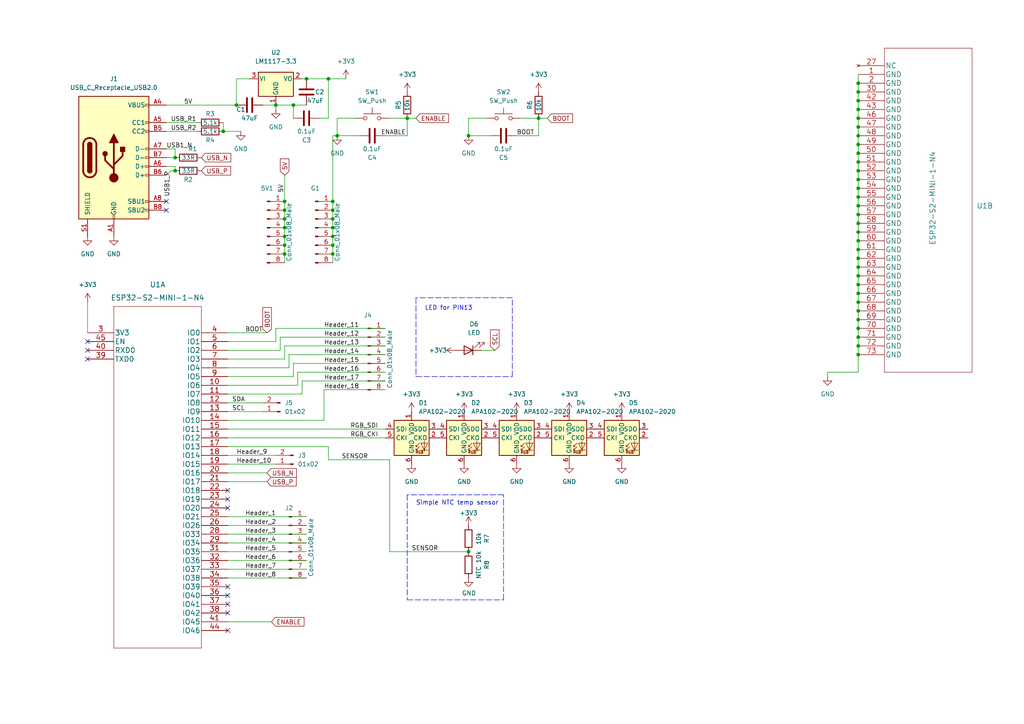
<source format=kicad_sch>
(kicad_sch (version 20211123) (generator eeschema)
  (paper "A4")
  (lib_symbols
    (symbol "2022-03-18_18-31-38:ESP32-S2-MINI-1-N4" (pin_names (offset 0.254))
      (property "Reference" "U" (at 20.32 12.7 0))
      (property "Value" "ESP32-S2-MINI-1-N4" (at 20.32 10.16 0))
      (symbol "ESP32-S2-MINI-1-N4_1_1"
        (polyline (pts (xy 7.62 -91.44) (xy 33.02 -91.44)) (stroke (width 0.127)))
        (polyline (pts (xy 7.62 7.62) (xy 7.62 -91.44)) (stroke (width 0.127)))
        (polyline (pts (xy 33.02 -91.44) (xy 33.02 7.62)) (stroke (width 0.127)))
        (polyline (pts (xy 33.02 7.62) (xy 7.62 7.62)) (stroke (width 0.127)))
        (pin bidirectional line (at 40.64 -15.24 180) (length 7.62) (name "IO6") (number "10"))
        (pin bidirectional line (at 40.64 -17.78 180) (length 7.62) (name "IO7") (number "11"))
        (pin bidirectional line (at 40.64 -20.32 180) (length 7.62) (name "IO8") (number "12"))
        (pin bidirectional line (at 40.64 -22.86 180) (length 7.62) (name "IO9") (number "13"))
        (pin bidirectional line (at 40.64 -25.4 180) (length 7.62) (name "IO10") (number "14"))
        (pin bidirectional line (at 40.64 -27.94 180) (length 7.62) (name "IO11") (number "15"))
        (pin bidirectional line (at 40.64 -30.48 180) (length 7.62) (name "IO12") (number "16"))
        (pin bidirectional line (at 40.64 -33.02 180) (length 7.62) (name "IO13") (number "17"))
        (pin bidirectional line (at 40.64 -35.56 180) (length 7.62) (name "IO14") (number "18"))
        (pin bidirectional line (at 40.64 -38.1 180) (length 7.62) (name "IO15") (number "19"))
        (pin bidirectional line (at 40.64 -40.64 180) (length 7.62) (name "IO16") (number "20"))
        (pin bidirectional line (at 40.64 -43.18 180) (length 7.62) (name "IO17") (number "21"))
        (pin bidirectional line (at 40.64 -45.72 180) (length 7.62) (name "IO18") (number "22"))
        (pin bidirectional line (at 40.64 -48.26 180) (length 7.62) (name "IO19") (number "23"))
        (pin bidirectional line (at 40.64 -50.8 180) (length 7.62) (name "IO20") (number "24"))
        (pin bidirectional line (at 40.64 -53.34 180) (length 7.62) (name "IO21") (number "25"))
        (pin bidirectional line (at 40.64 -55.88 180) (length 7.62) (name "IO26") (number "26"))
        (pin bidirectional line (at 40.64 -58.42 180) (length 7.62) (name "IO33") (number "28"))
        (pin bidirectional line (at 40.64 -60.96 180) (length 7.62) (name "IO34") (number "29"))
        (pin unspecified line (at 0 0 0) (length 7.62) (name "3V3") (number "3"))
        (pin bidirectional line (at 40.64 -63.5 180) (length 7.62) (name "IO35") (number "31"))
        (pin bidirectional line (at 40.64 -66.04 180) (length 7.62) (name "IO36") (number "32"))
        (pin bidirectional line (at 40.64 -68.58 180) (length 7.62) (name "IO37") (number "33"))
        (pin bidirectional line (at 40.64 -71.12 180) (length 7.62) (name "IO38") (number "34"))
        (pin bidirectional line (at 40.64 -73.66 180) (length 7.62) (name "IO39") (number "35"))
        (pin bidirectional line (at 40.64 -76.2 180) (length 7.62) (name "IO40") (number "36"))
        (pin bidirectional line (at 40.64 -78.74 180) (length 7.62) (name "IO41") (number "37"))
        (pin bidirectional line (at 40.64 -81.28 180) (length 7.62) (name "IO42") (number "38"))
        (pin bidirectional line (at 0 -7.62 0) (length 7.62) (name "TXD0") (number "39"))
        (pin bidirectional line (at 40.64 0 180) (length 7.62) (name "IO0") (number "4"))
        (pin bidirectional line (at 0 -5.08 0) (length 7.62) (name "RXD0") (number "40"))
        (pin bidirectional line (at 40.64 -83.82 180) (length 7.62) (name "IO45") (number "41"))
        (pin bidirectional line (at 40.64 -86.36 180) (length 7.62) (name "IO46") (number "44"))
        (pin unspecified line (at 0 -2.54 0) (length 7.62) (name "EN") (number "45"))
        (pin bidirectional line (at 40.64 -2.54 180) (length 7.62) (name "IO1") (number "5"))
        (pin bidirectional line (at 40.64 -5.08 180) (length 7.62) (name "IO2") (number "6"))
        (pin bidirectional line (at 40.64 -7.62 180) (length 7.62) (name "IO3") (number "7"))
        (pin bidirectional line (at 40.64 -10.16 180) (length 7.62) (name "IO4") (number "8"))
        (pin bidirectional line (at 40.64 -12.7 180) (length 7.62) (name "IO5") (number "9"))
      )
      (symbol "ESP32-S2-MINI-1-N4_2_1"
        (polyline (pts (xy 7.62 -88.9) (xy 33.02 -88.9)) (stroke (width 0.127)))
        (polyline (pts (xy 7.62 5.08) (xy 7.62 -88.9)) (stroke (width 0.127)))
        (polyline (pts (xy 33.02 -88.9) (xy 33.02 5.08)) (stroke (width 0.127)))
        (polyline (pts (xy 33.02 5.08) (xy 7.62 5.08)) (stroke (width 0.127)))
        (pin power_in line (at 0 -2.54 0) (length 7.62) (name "GND") (number "1"))
        (pin power_in line (at 0 -5.08 0) (length 7.62) (name "GND") (number "2"))
        (pin no_connect line (at 0 0 0) (length 7.62) (name "NC") (number "27"))
        (pin power_in line (at 0 -7.62 0) (length 7.62) (name "GND") (number "30"))
        (pin power_in line (at 0 -10.16 0) (length 7.62) (name "GND") (number "42"))
        (pin power_in line (at 0 -12.7 0) (length 7.62) (name "GND") (number "43"))
        (pin power_in line (at 0 -15.24 0) (length 7.62) (name "GND") (number "46"))
        (pin power_in line (at 0 -17.78 0) (length 7.62) (name "GND") (number "47"))
        (pin power_in line (at 0 -20.32 0) (length 7.62) (name "GND") (number "48"))
        (pin power_in line (at 0 -22.86 0) (length 7.62) (name "GND") (number "49"))
        (pin power_in line (at 0 -25.4 0) (length 7.62) (name "GND") (number "50"))
        (pin power_in line (at 0 -27.94 0) (length 7.62) (name "GND") (number "51"))
        (pin power_in line (at 0 -30.48 0) (length 7.62) (name "GND") (number "52"))
        (pin power_in line (at 0 -33.02 0) (length 7.62) (name "GND") (number "53"))
        (pin power_in line (at 0 -35.56 0) (length 7.62) (name "GND") (number "54"))
        (pin power_in line (at 0 -38.1 0) (length 7.62) (name "GND") (number "55"))
        (pin power_in line (at 0 -40.64 0) (length 7.62) (name "GND") (number "56"))
        (pin power_in line (at 0 -43.18 0) (length 7.62) (name "GND") (number "57"))
        (pin power_in line (at 0 -45.72 0) (length 7.62) (name "GND") (number "58"))
        (pin power_in line (at 0 -48.26 0) (length 7.62) (name "GND") (number "59"))
        (pin power_in line (at 0 -50.8 0) (length 7.62) (name "GND") (number "60"))
        (pin power_in line (at 0 -53.34 0) (length 7.62) (name "GND") (number "61"))
        (pin power_in line (at 0 -55.88 0) (length 7.62) (name "GND") (number "62"))
        (pin power_in line (at 0 -58.42 0) (length 7.62) (name "GND") (number "63"))
        (pin power_in line (at 0 -60.96 0) (length 7.62) (name "GND") (number "64"))
        (pin power_in line (at 0 -63.5 0) (length 7.62) (name "GND") (number "65"))
        (pin power_in line (at 0 -66.04 0) (length 7.62) (name "GND") (number "66"))
        (pin power_in line (at 0 -68.58 0) (length 7.62) (name "GND") (number "67"))
        (pin power_in line (at 0 -71.12 0) (length 7.62) (name "GND") (number "68"))
        (pin power_in line (at 0 -73.66 0) (length 7.62) (name "GND") (number "69"))
        (pin power_in line (at 0 -76.2 0) (length 7.62) (name "GND") (number "70"))
        (pin power_in line (at 0 -78.74 0) (length 7.62) (name "GND") (number "71"))
        (pin power_in line (at 0 -81.28 0) (length 7.62) (name "GND") (number "72"))
        (pin power_in line (at 0 -83.82 0) (length 7.62) (name "GND") (number "73"))
      )
    )
    (symbol "Connector:Conn_01x02_Male" (pin_names (offset 1.016) hide)
      (property "Reference" "J" (at 0 2.54 0))
      (property "Value" "Conn_01x02_Male" (at 0 -5.08 0))
      (symbol "Conn_01x02_Male_1_1"
        (polyline (pts (xy 1.27 -2.54) (xy 0.8636 -2.54)) (stroke (width 0.1524)))
        (polyline (pts (xy 1.27 0) (xy 0.8636 0)) (stroke (width 0.1524)))
        (rectangle (start 0.8636 -2.413) (end 0 -2.667) (stroke (width 0.1524)) (fill (type outline)))
        (rectangle (start 0.8636 0.127) (end 0 -0.127) (stroke (width 0.1524)) (fill (type outline)))
        (pin passive line (at 5.08 0 180) (length 3.81) (name "Pin_1") (number "1"))
        (pin passive line (at 5.08 -2.54 180) (length 3.81) (name "Pin_2") (number "2"))
      )
    )
    (symbol "Connector:Conn_01x08_Male" (pin_names (offset 1.016) hide)
      (property "Reference" "J" (at 0 10.16 0))
      (property "Value" "Conn_01x08_Male" (at 0 -12.7 0))
      (symbol "Conn_01x08_Male_1_1"
        (polyline (pts (xy 1.27 -10.16) (xy 0.8636 -10.16)) (stroke (width 0.1524)))
        (polyline (pts (xy 1.27 -7.62) (xy 0.8636 -7.62)) (stroke (width 0.1524)))
        (polyline (pts (xy 1.27 -5.08) (xy 0.8636 -5.08)) (stroke (width 0.1524)))
        (polyline (pts (xy 1.27 -2.54) (xy 0.8636 -2.54)) (stroke (width 0.1524)))
        (polyline (pts (xy 1.27 0) (xy 0.8636 0)) (stroke (width 0.1524)))
        (polyline (pts (xy 1.27 2.54) (xy 0.8636 2.54)) (stroke (width 0.1524)))
        (polyline (pts (xy 1.27 5.08) (xy 0.8636 5.08)) (stroke (width 0.1524)))
        (polyline (pts (xy 1.27 7.62) (xy 0.8636 7.62)) (stroke (width 0.1524)))
        (rectangle (start 0.8636 -10.033) (end 0 -10.287) (stroke (width 0.1524)) (fill (type outline)))
        (rectangle (start 0.8636 -7.493) (end 0 -7.747) (stroke (width 0.1524)) (fill (type outline)))
        (rectangle (start 0.8636 -4.953) (end 0 -5.207) (stroke (width 0.1524)) (fill (type outline)))
        (rectangle (start 0.8636 -2.413) (end 0 -2.667) (stroke (width 0.1524)) (fill (type outline)))
        (rectangle (start 0.8636 0.127) (end 0 -0.127) (stroke (width 0.1524)) (fill (type outline)))
        (rectangle (start 0.8636 2.667) (end 0 2.413) (stroke (width 0.1524)) (fill (type outline)))
        (rectangle (start 0.8636 5.207) (end 0 4.953) (stroke (width 0.1524)) (fill (type outline)))
        (rectangle (start 0.8636 7.747) (end 0 7.493) (stroke (width 0.1524)) (fill (type outline)))
        (pin passive line (at 5.08 7.62 180) (length 3.81) (name "Pin_1") (number "1"))
        (pin passive line (at 5.08 5.08 180) (length 3.81) (name "Pin_2") (number "2"))
        (pin passive line (at 5.08 2.54 180) (length 3.81) (name "Pin_3") (number "3"))
        (pin passive line (at 5.08 0 180) (length 3.81) (name "Pin_4") (number "4"))
        (pin passive line (at 5.08 -2.54 180) (length 3.81) (name "Pin_5") (number "5"))
        (pin passive line (at 5.08 -5.08 180) (length 3.81) (name "Pin_6") (number "6"))
        (pin passive line (at 5.08 -7.62 180) (length 3.81) (name "Pin_7") (number "7"))
        (pin passive line (at 5.08 -10.16 180) (length 3.81) (name "Pin_8") (number "8"))
      )
    )
    (symbol "Connector:USB_C_Receptacle_USB2.0" (pin_names (offset 1.016))
      (property "Reference" "J" (at -10.16 19.05 0))
      (property "Value" "USB_C_Receptacle_USB2.0" (at 19.05 19.05 0))
      (symbol "USB_C_Receptacle_USB2.0_0_0"
        (rectangle (start -0.254 -17.78) (end 0.254 -16.764))
        (rectangle (start 10.16 -14.986) (end 9.144 -15.494))
        (rectangle (start 10.16 -12.446) (end 9.144 -12.954))
        (rectangle (start 10.16 -4.826) (end 9.144 -5.334))
        (rectangle (start 10.16 -2.286) (end 9.144 -2.794))
        (rectangle (start 10.16 0.254) (end 9.144 -0.254))
        (rectangle (start 10.16 2.794) (end 9.144 2.286))
        (rectangle (start 10.16 7.874) (end 9.144 7.366))
        (rectangle (start 10.16 10.414) (end 9.144 9.906))
        (rectangle (start 10.16 15.494) (end 9.144 14.986))
      )
      (symbol "USB_C_Receptacle_USB2.0_0_1"
        (rectangle (start -10.16 17.78) (end 10.16 -17.78) (stroke (width 0.254)) (fill (type background)))
        (arc (start -8.89 -3.81) (mid -6.985 -5.715) (end -5.08 -3.81) (stroke (width 0.508)))
        (arc (start -7.62 -3.81) (mid -6.985 -4.445) (end -6.35 -3.81) (stroke (width 0.254)))
        (arc (start -7.62 -3.81) (mid -6.985 -4.445) (end -6.35 -3.81) (stroke (width 0.254)) (fill (type outline)))
        (rectangle (start -7.62 -3.81) (end -6.35 3.81) (stroke (width 0.254)) (fill (type outline)))
        (arc (start -6.35 3.81) (mid -6.985 4.445) (end -7.62 3.81) (stroke (width 0.254)))
        (arc (start -6.35 3.81) (mid -6.985 4.445) (end -7.62 3.81) (stroke (width 0.254)) (fill (type outline)))
        (arc (start -5.08 3.81) (mid -6.985 5.715) (end -8.89 3.81) (stroke (width 0.508)))
        (circle (center -2.54 1.143) (radius 0.635) (stroke (width 0.254)) (fill (type outline)))
        (circle (center 0 -5.842) (radius 1.27) (fill (type outline)))
        (polyline (pts (xy -8.89 -3.81) (xy -8.89 3.81)) (stroke (width 0.508)))
        (polyline (pts (xy -5.08 3.81) (xy -5.08 -3.81)) (stroke (width 0.508)))
        (polyline (pts (xy 0 -5.842) (xy 0 4.318)) (stroke (width 0.508)))
        (polyline (pts (xy 0 -3.302) (xy -2.54 -0.762) (xy -2.54 0.508)) (stroke (width 0.508)))
        (polyline (pts (xy 0 -2.032) (xy 2.54 0.508) (xy 2.54 1.778)) (stroke (width 0.508)))
        (polyline (pts (xy -1.27 4.318) (xy 0 6.858) (xy 1.27 4.318) (xy -1.27 4.318)) (stroke (width 0.254)) (fill (type outline)))
        (rectangle (start 1.905 1.778) (end 3.175 3.048) (stroke (width 0.254)) (fill (type outline)))
      )
      (symbol "USB_C_Receptacle_USB2.0_1_1"
        (pin passive line (at 0 -22.86 90) (length 5.08) (name "GND") (number "A1"))
        (pin passive line (at 0 -22.86 90) (length 5.08) hide (name "GND") (number "A12"))
        (pin passive line (at 15.24 15.24 180) (length 5.08) (name "VBUS") (number "A4"))
        (pin bidirectional line (at 15.24 10.16 180) (length 5.08) (name "CC1") (number "A5"))
        (pin bidirectional line (at 15.24 -2.54 180) (length 5.08) (name "D+") (number "A6"))
        (pin bidirectional line (at 15.24 2.54 180) (length 5.08) (name "D-") (number "A7"))
        (pin bidirectional line (at 15.24 -12.7 180) (length 5.08) (name "SBU1") (number "A8"))
        (pin passive line (at 15.24 15.24 180) (length 5.08) hide (name "VBUS") (number "A9"))
        (pin passive line (at 0 -22.86 90) (length 5.08) hide (name "GND") (number "B1"))
        (pin passive line (at 0 -22.86 90) (length 5.08) hide (name "GND") (number "B12"))
        (pin passive line (at 15.24 15.24 180) (length 5.08) hide (name "VBUS") (number "B4"))
        (pin bidirectional line (at 15.24 7.62 180) (length 5.08) (name "CC2") (number "B5"))
        (pin bidirectional line (at 15.24 -5.08 180) (length 5.08) (name "D+") (number "B6"))
        (pin bidirectional line (at 15.24 0 180) (length 5.08) (name "D-") (number "B7"))
        (pin bidirectional line (at 15.24 -15.24 180) (length 5.08) (name "SBU2") (number "B8"))
        (pin passive line (at 15.24 15.24 180) (length 5.08) hide (name "VBUS") (number "B9"))
        (pin passive line (at -7.62 -22.86 90) (length 5.08) (name "SHIELD") (number "S1"))
      )
    )
    (symbol "Device:C" (pin_numbers hide) (pin_names (offset 0.254))
      (property "Reference" "C" (at 0.635 2.54 0))
      (property "Value" "C" (at 0.635 -2.54 0))
      (symbol "C_0_1"
        (polyline (pts (xy -2.032 -0.762) (xy 2.032 -0.762)) (stroke (width 0.508)))
        (polyline (pts (xy -2.032 0.762) (xy 2.032 0.762)) (stroke (width 0.508)))
      )
      (symbol "C_1_1"
        (pin passive line (at 0 3.81 270) (length 2.794) (name "~") (number "1"))
        (pin passive line (at 0 -3.81 90) (length 2.794) (name "~") (number "2"))
      )
    )
    (symbol "Device:LED" (pin_numbers hide) (pin_names (offset 1.016) hide)
      (property "Reference" "D" (at 0 2.54 0))
      (property "Value" "LED" (at 0 -2.54 0))
      (symbol "LED_0_1"
        (polyline (pts (xy -1.27 -1.27) (xy -1.27 1.27)) (stroke (width 0.254)))
        (polyline (pts (xy -1.27 0) (xy 1.27 0)))
        (polyline (pts (xy 1.27 -1.27) (xy 1.27 1.27) (xy -1.27 0) (xy 1.27 -1.27)) (stroke (width 0.254)))
        (polyline (pts (xy -3.048 -0.762) (xy -4.572 -2.286) (xy -3.81 -2.286) (xy -4.572 -2.286) (xy -4.572 -1.524)))
        (polyline (pts (xy -1.778 -0.762) (xy -3.302 -2.286) (xy -2.54 -2.286) (xy -3.302 -2.286) (xy -3.302 -1.524)))
      )
      (symbol "LED_1_1"
        (pin passive line (at -3.81 0 0) (length 2.54) (name "K") (number "1"))
        (pin passive line (at 3.81 0 180) (length 2.54) (name "A") (number "2"))
      )
    )
    (symbol "Device:R" (pin_numbers hide) (pin_names (offset 0))
      (property "Reference" "R" (at 2.032 0 90))
      (property "Value" "R" (at 0 0 90))
      (symbol "R_0_1"
        (rectangle (start -1.016 -2.54) (end 1.016 2.54) (stroke (width 0.254)))
      )
      (symbol "R_1_1"
        (pin passive line (at 0 3.81 270) (length 1.27) (name "~") (number "1"))
        (pin passive line (at 0 -3.81 90) (length 1.27) (name "~") (number "2"))
      )
    )
    (symbol "LED:APA102-2020"
      (property "Reference" "D" (at 5.08 5.715 0))
      (property "Value" "APA102-2020" (at 1.27 -5.715 0))
      (symbol "APA102-2020_0_0"
        (text "RGB" (at 2.286 -4.191 0) (effects (font (size 0.762 0.762))))
      )
      (symbol "APA102-2020_0_1"
        (polyline (pts (xy 1.27 -3.556) (xy 1.778 -3.556)))
        (polyline (pts (xy 1.27 -2.54) (xy 1.778 -2.54)))
        (polyline (pts (xy 4.699 -3.556) (xy 2.667 -3.556)))
        (polyline (pts (xy 2.286 -2.54) (xy 1.27 -3.556) (xy 1.27 -3.048)))
        (polyline (pts (xy 2.286 -1.524) (xy 1.27 -2.54) (xy 1.27 -2.032)))
        (polyline (pts (xy 3.683 -1.016) (xy 3.683 -3.556) (xy 3.683 -4.064)))
        (polyline (pts (xy 4.699 -1.524) (xy 2.667 -1.524) (xy 3.683 -3.556) (xy 4.699 -1.524)))
        (rectangle (start 5.08 5.08) (end -5.08 -5.08) (stroke (width 0.254)) (fill (type background)))
      )
      (symbol "APA102-2020_1_1"
        (pin power_in line (at 0 7.62 270) (length 2.54) (name "VDD") (number "1"))
        (pin output line (at 7.62 0 180) (length 2.54) (name "CKO") (number "2"))
        (pin output line (at 7.62 2.54 180) (length 2.54) (name "SDO") (number "3"))
        (pin input line (at -7.62 2.54 0) (length 2.54) (name "SDI") (number "4"))
        (pin input line (at -7.62 0 0) (length 2.54) (name "CKI") (number "5"))
        (pin power_in line (at 0 -7.62 90) (length 2.54) (name "GND") (number "6"))
      )
    )
    (symbol "Regulator_Linear:LM1117-3.3" (pin_names (offset 0.254))
      (property "Reference" "U" (at -3.81 3.175 0))
      (property "Value" "LM1117-3.3" (at 0 3.175 0))
      (symbol "LM1117-3.3_0_1"
        (rectangle (start -5.08 -5.08) (end 5.08 1.905) (stroke (width 0.254)) (fill (type background)))
      )
      (symbol "LM1117-3.3_1_1"
        (pin power_in line (at 0 -7.62 90) (length 2.54) (name "GND") (number "1"))
        (pin power_out line (at 7.62 0 180) (length 2.54) (name "VO") (number "2"))
        (pin power_in line (at -7.62 0 0) (length 2.54) (name "VI") (number "3"))
      )
    )
    (symbol "Switch:SW_Push" (pin_numbers hide) (pin_names (offset 1.016) hide)
      (property "Reference" "SW" (at 1.27 2.54 0))
      (property "Value" "SW_Push" (at 0 -1.524 0))
      (symbol "SW_Push_0_1"
        (circle (center -2.032 0) (radius 0.508))
        (polyline (pts (xy 0 1.27) (xy 0 3.048)))
        (polyline (pts (xy 2.54 1.27) (xy -2.54 1.27)))
        (circle (center 2.032 0) (radius 0.508))
        (pin passive line (at -5.08 0 0) (length 2.54) (name "1") (number "1"))
        (pin passive line (at 5.08 0 180) (length 2.54) (name "2") (number "2"))
      )
    )
    (symbol "power:+3V3" (power) (pin_names (offset 0))
      (property "Value" "+3V3" (at 0 3.556 0))
      (symbol "+3V3_0_1"
        (polyline (pts (xy -0.762 1.27) (xy 0 2.54)))
        (polyline (pts (xy 0 0) (xy 0 2.54)))
        (polyline (pts (xy 0 2.54) (xy 0.762 1.27)))
      )
      (symbol "+3V3_1_1"
        (pin power_in line (at 0 0 90) (length 0) hide (name "+3V3") (number "1"))
      )
    )
    (symbol "power:GND" (power) (pin_names (offset 0))
      (property "Value" "GND" (at 0 -3.81 0))
      (symbol "GND_0_1"
        (polyline (pts (xy 0 0) (xy 0 -1.27) (xy 1.27 -1.27) (xy 0 -2.54) (xy -1.27 -1.27) (xy 0 -1.27)))
      )
      (symbol "GND_1_1"
        (pin power_in line (at 0 0 270) (length 0) hide (name "GND") (number "1"))
      )
    )
  )
  (junction (at 248.92 80.01))
  (junction (at 96.52 71.12))
  (junction (at 88.9 22.86))
  (junction (at 82.55 60.96))
  (junction (at 96.52 63.5))
  (junction (at 248.92 52.07))
  (junction (at 156.21 34.29))
  (junction (at 248.92 87.63))
  (junction (at 248.92 64.77))
  (junction (at 248.92 69.85))
  (junction (at 248.92 85.09))
  (junction (at 248.92 90.17))
  (junction (at 248.92 29.21))
  (junction (at 248.92 31.75))
  (junction (at 248.92 26.67))
  (junction (at 82.55 73.66))
  (junction (at 50.8 49.53))
  (junction (at 82.55 58.42))
  (junction (at 68.58 30.48))
  (junction (at 95.25 22.86))
  (junction (at 96.52 68.58))
  (junction (at 248.92 44.45))
  (junction (at 248.92 36.83))
  (junction (at 248.92 97.79))
  (junction (at 135.89 39.37))
  (junction (at 248.92 39.37))
  (junction (at 248.92 57.15))
  (junction (at 64.77 38.1))
  (junction (at 248.92 67.31))
  (junction (at 248.92 95.25))
  (junction (at 248.92 49.53))
  (junction (at 248.92 34.29))
  (junction (at 82.55 68.58))
  (junction (at 135.89 160.02))
  (junction (at 248.92 54.61))
  (junction (at 248.92 100.33))
  (junction (at 82.55 63.5))
  (junction (at 96.52 60.96))
  (junction (at 85.09 30.48))
  (junction (at 118.11 34.29))
  (junction (at 248.92 59.69))
  (junction (at 248.92 41.91))
  (junction (at 248.92 62.23))
  (junction (at 248.92 77.47))
  (junction (at 248.92 24.13))
  (junction (at 248.92 92.71))
  (junction (at 97.79 39.37))
  (junction (at 96.52 73.66))
  (junction (at 82.55 66.04))
  (junction (at 96.52 58.42))
  (junction (at 248.92 102.87))
  (junction (at 248.92 46.99))
  (junction (at 50.8 45.72))
  (junction (at 96.52 66.04))
  (junction (at 82.55 71.12))
  (junction (at 248.92 74.93))
  (junction (at 80.01 30.48))
  (junction (at 248.92 82.55))
  (junction (at 248.92 72.39))
  (no_connect (at 66.04 144.78))
  (no_connect (at 66.04 147.32))
  (no_connect (at 25.4 99.06))
  (no_connect (at 25.4 101.6))
  (no_connect (at 25.4 104.14))
  (no_connect (at 66.04 142.24))
  (no_connect (at 66.04 170.18))
  (no_connect (at 66.04 172.72))
  (no_connect (at 66.04 175.26))
  (no_connect (at 66.04 177.8))
  (no_connect (at 66.04 182.88))
  (no_connect (at 48.26 58.42))
  (no_connect (at 48.26 60.96))
  (wire (pts (xy 156.21 34.29) (xy 158.75 34.29)))
  (wire (pts (xy 49.53 49.53) (xy 50.8 49.53)))
  (wire (pts (xy 80.01 95.25) (xy 80.01 99.06)))
  (wire (pts (xy 85.09 105.41) (xy 85.09 109.22)))
  (wire (pts (xy 50.8 49.53) (xy 50.8 48.26)))
  (wire (pts (xy 96.52 68.58) (xy 96.52 66.04)))
  (wire (pts (xy 248.92 36.83) (xy 248.92 34.29)))
  (wire (pts (xy 64.77 35.56) (xy 64.77 38.1)))
  (wire (pts (xy 248.92 87.63) (xy 248.92 90.17)))
  (wire (pts (xy 66.04 127) (xy 111.76 127)))
  (wire (pts (xy 248.92 41.91) (xy 248.92 44.45)))
  (wire (pts (xy 48.26 38.1) (xy 57.15 38.1)))
  (wire (pts (xy 113.03 34.29) (xy 118.11 34.29)))
  (wire (pts (xy 248.92 39.37) (xy 248.92 41.91)))
  (wire (pts (xy 92.71 34.29) (xy 95.25 34.29)))
  (wire (pts (xy 95.25 133.35) (xy 113.03 133.35)))
  (wire (pts (xy 149.86 39.37) (xy 156.21 39.37)))
  (wire (pts (xy 248.92 21.59) (xy 248.92 24.13)))
  (wire (pts (xy 82.55 58.42) (xy 82.55 60.96)))
  (wire (pts (xy 87.63 110.49) (xy 87.63 114.3)))
  (wire (pts (xy 95.25 22.86) (xy 100.33 22.86)))
  (wire (pts (xy 66.04 160.02) (xy 88.9 160.02)))
  (polyline (pts (xy 146.05 173.99) (xy 146.05 143.51)))
  (wire (pts (xy 66.04 157.48) (xy 88.9 157.48)))
  (wire (pts (xy 81.28 97.79) (xy 81.28 101.6)))
  (wire (pts (xy 140.97 34.29) (xy 135.89 34.29)))
  (wire (pts (xy 248.92 90.17) (xy 248.92 92.71)))
  (wire (pts (xy 66.04 116.84) (xy 76.2 116.84)))
  (wire (pts (xy 248.92 74.93) (xy 248.92 77.47)))
  (wire (pts (xy 66.04 154.94) (xy 88.9 154.94)))
  (wire (pts (xy 113.03 133.35) (xy 113.03 160.02)))
  (wire (pts (xy 82.55 73.66) (xy 82.55 76.2)))
  (polyline (pts (xy 148.59 86.36) (xy 120.65 86.36)))
  (wire (pts (xy 248.92 57.15) (xy 248.92 54.61)))
  (wire (pts (xy 66.04 167.64) (xy 88.9 167.64)))
  (wire (pts (xy 102.87 34.29) (xy 97.79 34.29)))
  (wire (pts (xy 248.92 80.01) (xy 248.92 82.55)))
  (wire (pts (xy 66.04 180.34) (xy 78.74 180.34)))
  (wire (pts (xy 85.09 105.41) (xy 111.76 105.41)))
  (wire (pts (xy 97.79 34.29) (xy 97.79 39.37)))
  (polyline (pts (xy 118.11 143.51) (xy 118.11 173.99)))
  (wire (pts (xy 248.92 107.95) (xy 240.03 107.95)))
  (wire (pts (xy 48.26 35.56) (xy 57.15 35.56)))
  (wire (pts (xy 82.55 60.96) (xy 82.55 63.5)))
  (polyline (pts (xy 118.11 173.99) (xy 146.05 173.99)))
  (wire (pts (xy 83.82 102.87) (xy 111.76 102.87)))
  (wire (pts (xy 96.52 73.66) (xy 96.52 71.12)))
  (polyline (pts (xy 146.05 143.51) (xy 118.11 143.51)))
  (wire (pts (xy 248.92 59.69) (xy 248.92 62.23)))
  (wire (pts (xy 66.04 119.38) (xy 76.2 119.38)))
  (wire (pts (xy 85.09 30.48) (xy 88.9 30.48)))
  (wire (pts (xy 66.04 152.4) (xy 88.9 152.4)))
  (wire (pts (xy 48.26 43.18) (xy 50.8 43.18)))
  (wire (pts (xy 64.77 38.1) (xy 69.85 38.1)))
  (wire (pts (xy 66.04 129.54) (xy 95.25 129.54)))
  (wire (pts (xy 83.82 106.68) (xy 66.04 106.68)))
  (wire (pts (xy 49.53 49.53) (xy 48.26 50.8)))
  (wire (pts (xy 82.55 100.33) (xy 111.76 100.33)))
  (wire (pts (xy 25.4 87.63) (xy 25.4 96.52)))
  (polyline (pts (xy 148.59 109.22) (xy 148.59 86.36)))
  (wire (pts (xy 87.63 110.49) (xy 111.76 110.49)))
  (wire (pts (xy 66.04 101.6) (xy 81.28 101.6)))
  (wire (pts (xy 66.04 124.46) (xy 111.76 124.46)))
  (wire (pts (xy 85.09 109.22) (xy 66.04 109.22)))
  (wire (pts (xy 68.58 30.48) (xy 48.26 30.48)))
  (wire (pts (xy 66.04 132.08) (xy 80.01 132.08)))
  (wire (pts (xy 66.04 139.7) (xy 77.47 139.7)))
  (wire (pts (xy 139.7 101.6) (xy 143.51 101.6)))
  (wire (pts (xy 135.89 39.37) (xy 142.24 39.37)))
  (wire (pts (xy 86.36 107.95) (xy 111.76 107.95)))
  (wire (pts (xy 248.92 29.21) (xy 248.92 31.75)))
  (wire (pts (xy 82.55 68.58) (xy 82.55 71.12)))
  (wire (pts (xy 66.04 104.14) (xy 82.55 104.14)))
  (wire (pts (xy 82.55 50.8) (xy 82.55 58.42)))
  (wire (pts (xy 83.82 102.87) (xy 83.82 106.68)))
  (wire (pts (xy 96.52 71.12) (xy 96.52 68.58)))
  (wire (pts (xy 240.03 107.95) (xy 240.03 109.22)))
  (wire (pts (xy 248.92 82.55) (xy 248.92 85.09)))
  (wire (pts (xy 48.26 45.72) (xy 50.8 45.72)))
  (wire (pts (xy 82.55 100.33) (xy 82.55 104.14)))
  (wire (pts (xy 248.92 102.87) (xy 248.92 100.33)))
  (wire (pts (xy 248.92 46.99) (xy 248.92 49.53)))
  (wire (pts (xy 248.92 69.85) (xy 248.92 72.39)))
  (wire (pts (xy 248.92 52.07) (xy 248.92 54.61)))
  (wire (pts (xy 96.52 58.42) (xy 96.52 39.37)))
  (wire (pts (xy 80.01 95.25) (xy 111.76 95.25)))
  (wire (pts (xy 248.92 95.25) (xy 248.92 97.79)))
  (wire (pts (xy 50.8 43.18) (xy 50.8 45.72)))
  (wire (pts (xy 96.52 39.37) (xy 97.79 39.37)))
  (wire (pts (xy 96.52 76.2) (xy 96.52 73.66)))
  (wire (pts (xy 248.92 64.77) (xy 248.92 67.31)))
  (wire (pts (xy 118.11 34.29) (xy 120.65 34.29)))
  (polyline (pts (xy 120.65 86.36) (xy 120.65 109.22)))
  (wire (pts (xy 87.63 22.86) (xy 88.9 22.86)))
  (wire (pts (xy 87.63 114.3) (xy 66.04 114.3)))
  (wire (pts (xy 96.52 60.96) (xy 96.52 58.42)))
  (wire (pts (xy 72.39 22.86) (xy 68.58 22.86)))
  (wire (pts (xy 96.52 66.04) (xy 96.52 63.5)))
  (wire (pts (xy 248.92 59.69) (xy 248.92 57.15)))
  (wire (pts (xy 66.04 121.92) (xy 93.98 121.92)))
  (wire (pts (xy 68.58 22.86) (xy 68.58 30.48)))
  (wire (pts (xy 80.01 30.48) (xy 85.09 30.48)))
  (wire (pts (xy 248.92 49.53) (xy 248.92 52.07)))
  (wire (pts (xy 95.25 22.86) (xy 95.25 34.29)))
  (wire (pts (xy 248.92 67.31) (xy 248.92 69.85)))
  (wire (pts (xy 248.92 72.39) (xy 248.92 74.93)))
  (wire (pts (xy 95.25 129.54) (xy 95.25 133.35)))
  (wire (pts (xy 66.04 137.16) (xy 77.47 137.16)))
  (wire (pts (xy 66.04 149.86) (xy 88.9 149.86)))
  (wire (pts (xy 66.04 165.1) (xy 88.9 165.1)))
  (wire (pts (xy 156.21 39.37) (xy 156.21 34.29)))
  (polyline (pts (xy 120.65 109.22) (xy 148.59 109.22)))
  (wire (pts (xy 248.92 26.67) (xy 248.92 29.21)))
  (wire (pts (xy 88.9 22.86) (xy 95.25 22.86)))
  (wire (pts (xy 66.04 96.52) (xy 77.47 96.52)))
  (wire (pts (xy 66.04 99.06) (xy 80.01 99.06)))
  (wire (pts (xy 81.28 97.79) (xy 111.76 97.79)))
  (wire (pts (xy 80.01 30.48) (xy 80.01 31.75)))
  (wire (pts (xy 66.04 134.62) (xy 80.01 134.62)))
  (wire (pts (xy 82.55 63.5) (xy 82.55 66.04)))
  (wire (pts (xy 248.92 62.23) (xy 248.92 64.77)))
  (wire (pts (xy 151.13 34.29) (xy 156.21 34.29)))
  (wire (pts (xy 86.36 111.76) (xy 66.04 111.76)))
  (wire (pts (xy 248.92 92.71) (xy 248.92 95.25)))
  (wire (pts (xy 248.92 85.09) (xy 248.92 87.63)))
  (wire (pts (xy 135.89 34.29) (xy 135.89 39.37)))
  (wire (pts (xy 113.03 160.02) (xy 135.89 160.02)))
  (wire (pts (xy 248.92 36.83) (xy 248.92 39.37)))
  (wire (pts (xy 66.04 162.56) (xy 88.9 162.56)))
  (wire (pts (xy 248.92 102.87) (xy 248.92 107.95)))
  (wire (pts (xy 248.92 97.79) (xy 248.92 100.33)))
  (wire (pts (xy 76.2 30.48) (xy 80.01 30.48)))
  (wire (pts (xy 86.36 107.95) (xy 86.36 111.76)))
  (wire (pts (xy 248.92 31.75) (xy 248.92 34.29)))
  (wire (pts (xy 111.76 39.37) (xy 118.11 39.37)))
  (wire (pts (xy 82.55 66.04) (xy 82.55 68.58)))
  (wire (pts (xy 93.98 113.03) (xy 93.98 121.92)))
  (wire (pts (xy 248.92 44.45) (xy 248.92 46.99)))
  (wire (pts (xy 248.92 77.47) (xy 248.92 80.01)))
  (wire (pts (xy 82.55 71.12) (xy 82.55 73.66)))
  (wire (pts (xy 96.52 63.5) (xy 96.52 60.96)))
  (wire (pts (xy 248.92 24.13) (xy 248.92 26.67)))
  (wire (pts (xy 93.98 113.03) (xy 111.76 113.03)))
  (wire (pts (xy 118.11 39.37) (xy 118.11 34.29)))
  (wire (pts (xy 48.26 48.26) (xy 50.8 48.26)))
  (wire (pts (xy 85.09 30.48) (xy 85.09 34.29)))
  (wire (pts (xy 97.79 39.37) (xy 104.14 39.37)))
  (text "Simple NTC temp sensor" (at 120.65 146.685 0) (effects (font (size 1.27 1.27)) (justify left bottom)))
  (text "LED for PIN13" (at 123.19 90.17 0) (effects (font (size 1.27 1.27)) (justify left bottom)))
  (label "Header_6" (at 71.12 162.56 0))
  (label "Header_15" (at 93.98 105.41 0))
  (label "Header_7" (at 71.12 165.1 0))
  (label "BOOT" (at 149.86 39.37 0))
  (label "Header_16" (at 93.98 107.95 0))
  (label "Header_3" (at 71.12 154.94 0))
  (label "SCL" (at 67.31 119.38 0))
  (label "SENSOR" (at 99.06 133.35 0))
  (label "RGB_CKI" (at 101.6 127 0))
  (label "SDA" (at 67.31 116.84 0))
  (label "Header_14" (at 93.98 102.87 0))
  (label "Header_4" (at 71.12 157.48 0))
  (label "Header_9" (at 68.58 132.08 0))
  (label "Header_12" (at 93.98 97.79 0))
  (label "USB_R2" (at 49.53 38.1 0))
  (label "USB1_P" (at 49.53 49.53 270))
  (label "Header_13" (at 93.98 100.33 0))
  (label "5V" (at 82.55 55.88 90))
  (label "BOOT" (at 71.12 96.52 0))
  (label "Header_5" (at 71.12 160.02 0))
  (label "RGB_SDI" (at 101.6 124.46 0))
  (label "Header_11" (at 93.98 95.25 0))
  (label "USB1_N" (at 48.26 43.18 0))
  (label "5V" (at 53.34 30.48 0))
  (label "ENABLE" (at 110.49 39.37 0))
  (label "Header_8" (at 71.12 167.64 0))
  (label "Header_10" (at 68.58 134.62 0))
  (label "Header_2" (at 71.12 152.4 0))
  (label "USB_R1" (at 49.53 35.56 0))
  (label "SENSOR" (at 119.38 160.02 0))
  (label "Header_1" (at 71.12 149.86 0))
  (label "Header_18" (at 93.98 113.03 0))
  (label "Header_17" (at 93.98 110.49 0))
  (global_label "SCL" (shape input) (at 143.51 101.6 90) (property "Intersheet References" "${INTERSHEET_REFS}" (effects hide)))
  (global_label "USB_P" (shape input) (at 58.42 49.53 0) (property "Intersheet References" "${INTERSHEET_REFS}" (effects hide)))
  (global_label "USB_N" (shape input) (at 58.42 45.72 0) (property "Intersheet References" "${INTERSHEET_REFS}" (effects hide)))
  (global_label "BOOT" (shape input) (at 158.75 34.29 0) (property "Intersheet References" "${INTERSHEET_REFS}" (effects hide)))
  (global_label "5V" (shape input) (at 82.55 50.8 90) (property "Intersheet References" "${INTERSHEET_REFS}" (effects hide)))
  (global_label "ENABLE" (shape input) (at 78.74 180.34 0) (property "Intersheet References" "${INTERSHEET_REFS}" (effects hide)))
  (global_label "USB_P" (shape input) (at 77.47 139.7 0) (property "Intersheet References" "${INTERSHEET_REFS}" (effects hide)))
  (global_label "BOOT" (shape input) (at 77.47 96.52 90) (property "Intersheet References" "${INTERSHEET_REFS}" (effects hide)))
  (global_label "ENABLE" (shape input) (at 120.65 34.29 0) (property "Intersheet References" "${INTERSHEET_REFS}" (effects hide)))
  (global_label "USB_N" (shape input) (at 77.47 137.16 0) (property "Intersheet References" "${INTERSHEET_REFS}" (effects hide)))
  (symbol (lib_id "Device:R") (at 60.96 38.1 90) (unit 1)
    (property "Reference" "R4" (at 60.96 40.64 90))
    (property "Value" "5.1k" (at 60.96 38.1 90))
    (property "Footprint" "Resistor_SMD:R_0603_1608Metric_Pad0.98x0.95mm_HandSolder" (effects hide))
  )
  (symbol (lib_id "Device:R") (at 118.11 30.48 180) (unit 1)
    (property "Reference" "R5" (at 115.57 30.48 90))
    (property "Value" "10k" (at 118.11 30.48 90))
    (property "Footprint" "Resistor_SMD:R_0603_1608Metric_Pad0.98x0.95mm_HandSolder" (effects hide))
  )
  (symbol (lib_id "Device:R") (at 156.21 30.48 180) (unit 1)
    (property "Reference" "R6" (at 153.67 30.48 90))
    (property "Value" "10k" (at 156.21 30.48 90))
    (property "Footprint" "Resistor_SMD:R_0603_1608Metric_Pad0.98x0.95mm_HandSolder" (effects hide))
  )
  (symbol (lib_id "power:GND") (at 69.85 38.1 0) (unit 1)
    (property "Reference" "#PWR0105" (effects hide))
    (property "Value" "GND" (at 69.85 43.18 0))
  )
  (symbol (lib_id "power:GND") (at 149.86 134.62 0) (unit 1)
    (property "Reference" "#PWR0116" (effects hide))
    (property "Value" "GND" (at 149.86 139.7 0))
  )
  (symbol (lib_id "power:+3V3") (at 180.34 119.38 0) (unit 1)
    (property "Reference" "#PWR0120" (effects hide))
    (property "Value" "+3V3" (at 180.34 114.3 0))
  )
  (symbol (lib_id "power:+3V3") (at 149.86 119.38 0) (unit 1)
    (property "Reference" "#PWR0117" (effects hide))
    (property "Value" "+3V3" (at 149.86 114.3 0))
  )
  (symbol (lib_id "Device:R") (at 54.61 45.72 90) (unit 1)
    (property "Reference" "R1" (at 55.88 43.18 90))
    (property "Value" "33R" (at 54.61 45.72 90))
    (property "Footprint" "Resistor_SMD:R_0603_1608Metric_Pad0.98x0.95mm_HandSolder" (effects hide))
  )
  (symbol (lib_id "Connector:USB_C_Receptacle_USB2.0") (at 33.02 45.72 0) (unit 1)
    (property "Reference" "J1" (at 33.02 22.86 0))
    (property "Value" "USB_C_Receptacle_USB2.0" (at 33.02 25.4 0))
    (property "Footprint" "USB-C-Power-tester:TYPE-C-31-M-12" (effects hide))
    (property "Datasheet" "https://www.usb.org/sites/default/files/documents/usb_type-c.zip" (effects hide))
  )
  (symbol (lib_id "power:GND") (at 135.89 39.37 0) (unit 1)
    (property "Reference" "#PWR0110" (effects hide))
    (property "Value" "GND" (at 135.89 44.45 0))
  )
  (symbol (lib_id "power:GND") (at 135.89 167.64 0) (unit 1)
    (property "Reference" "#PWR0122" (effects hide))
    (property "Value" "GND" (at 136.017 172.0342 0))
  )
  (symbol (lib_id "power:GND") (at 119.38 134.62 0) (unit 1)
    (property "Reference" "#PWR0112" (effects hide))
    (property "Value" "GND" (at 119.38 139.7 0))
  )
  (symbol (lib_id "LED:APA102-2020") (at 180.34 127 0) (unit 1)
    (property "Reference" "D5" (at 182.3594 116.84 0) (effects (justify left)))
    (property "Value" "APA102-2020" (at 182.3594 119.38 0) (effects (justify left)))
    (property "Footprint" "LED_SMD:LED-APA102-2020" (effects hide))
    (property "Datasheet" "http://www.led-color.com/upload/201604/APA102-2020%20SMD%20LED.pdf" (effects hide))
  )
  (symbol (lib_id "power:GND") (at 134.62 134.62 0) (unit 1)
    (property "Reference" "#PWR0114" (effects hide))
    (property "Value" "GND" (at 134.62 139.7 0))
  )
  (symbol (lib_id "LED:APA102-2020") (at 119.38 127 0) (unit 1)
    (property "Reference" "D1" (at 121.3994 116.84 0) (effects (justify left)))
    (property "Value" "APA102-2020" (at 121.3994 119.38 0) (effects (justify left)))
    (property "Footprint" "LED_SMD:LED-APA102-2020" (effects hide))
    (property "Datasheet" "http://www.led-color.com/upload/201604/APA102-2020%20SMD%20LED.pdf" (effects hide))
  )
  (symbol (lib_id "power:GND") (at 25.4 68.58 0) (unit 1)
    (property "Reference" "#PWR0102" (effects hide))
    (property "Value" "GND" (at 25.4 73.66 0))
  )
  (symbol (lib_id "Switch:SW_Push") (at 107.95 34.29 0) (unit 1)
    (property "Reference" "SW1" (at 107.95 26.67 0))
    (property "Value" "SW_Push" (at 107.95 29.21 0))
    (property "Footprint" "Button_Switch_SMD:SW_SPST_Panasonic_EVQPL_3PL_5PL_PT_A08" (effects hide))
  )
  (symbol (lib_id "power:+3V3") (at 119.38 119.38 0) (unit 1)
    (property "Reference" "#PWR0113" (effects hide))
    (property "Value" "+3V3" (at 119.38 114.3 0))
  )
  (symbol (lib_id "power:GND") (at 80.01 31.75 0) (unit 1)
    (property "Reference" "#PWR0108" (effects hide))
    (property "Value" "GND" (at 80.01 36.83 0))
  )
  (symbol (lib_id "Device:R") (at 135.89 163.83 180) (unit 1)
    (property "Reference" "R8" (at 141.1478 163.83 90))
    (property "Value" "NTC 10k" (at 138.8364 163.83 90))
    (property "Footprint" "Resistor_SMD:R_0402_1005Metric" (effects hide))
    (property "MFGR" "Stackpole" (effects hide))
    (property "MPN" "RMCF0603JG10K0" (effects hide))
  )
  (symbol (lib_id "Connector:Conn_01x08_Male") (at 77.47 66.04 0) (unit 1)
    (property "Reference" "5V1" (at 77.47 54.61 0))
    (property "Value" "Conn_01x08_Male" (at 83.82 67.31 90))
    (property "Footprint" "Connector_PinHeader_2.54mm:PinHeader_1x08_P2.54mm_Vertical" (effects hide))
  )
  (symbol (lib_id "power:+3V3") (at 25.4 87.63 0) (unit 1)
    (property "Reference" "#PWR0103" (effects hide))
    (property "Value" "+3V3" (at 25.4 82.55 0))
  )
  (symbol (lib_id "Regulator_Linear:LM1117-3.3") (at 80.01 22.86 0) (unit 1)
    (property "Reference" "U2" (at 80.01 15.24 0))
    (property "Value" "LM1117-3.3" (at 80.01 17.78 0))
    (property "Footprint" "Package_TO_SOT_SMD:SOT-223" (effects hide))
    (property "Datasheet" "http://www.ti.com/lit/ds/symlink/lm1117.pdf" (effects hide))
  )
  (symbol (lib_id "power:+3V3") (at 134.62 119.38 0) (unit 1)
    (property "Reference" "#PWR0115" (effects hide))
    (property "Value" "+3V3" (at 134.62 114.3 0))
  )
  (symbol (lib_id "Connector:Conn_01x08_Male") (at 83.82 157.48 0) (unit 1)
    (property "Reference" "J2" (at 83.82 147.32 0))
    (property "Value" "Conn_01x08_Male" (at 90.17 158.75 90))
    (property "Footprint" "Connector_PinHeader_2.54mm:PinHeader_1x08_P2.54mm_Vertical" (effects hide))
  )
  (symbol (lib_id "power:+3V3") (at 135.89 152.4 0) (unit 1)
    (property "Reference" "#PWR0124" (effects hide))
    (property "Value" "+3V3" (at 135.89 148.7955 0))
  )
  (symbol (lib_id "Device:C") (at 88.9 26.67 180) (unit 1)
    (property "Reference" "C2" (at 92.71 26.67 0))
    (property "Value" "47uF" (at 91.44 29.21 0))
    (property "Footprint" "Capacitor_SMD:C_0805_2012Metric" (effects hide))
  )
  (symbol (lib_id "2022-03-18_18-31-38:ESP32-S2-MINI-1-N4") (at 25.4 96.52 0) (unit 1)
    (property "Reference" "U1" (at 45.72 82.55 0) (effects (font (size 1.524 1.524))))
    (property "Value" "ESP32-S2-MINI-1-N4" (at 45.72 86.36 0) (effects (font (size 1.524 1.524))))
    (property "Footprint" "footprints:ESP32-S2-MINI-1-N4" (effects hide))
  )
  (symbol (lib_id "power:+3V3") (at 100.33 22.86 0) (unit 1)
    (property "Reference" "#PWR0109" (effects hide))
    (property "Value" "+3V3" (at 100.33 17.78 0))
  )
  (symbol (lib_id "power:+3V3") (at 165.1 119.38 0) (unit 1)
    (property "Reference" "#PWR0119" (effects hide))
    (property "Value" "+3V3" (at 165.1 114.3 0))
  )
  (symbol (lib_id "Connector:Conn_01x02_Male") (at 85.09 134.62 180) (unit 1)
    (property "Reference" "J3" (at 86.36 132.0799 0) (effects (justify right)))
    (property "Value" "01x02" (at 86.36 134.6199 0) (effects (justify right)))
    (property "Footprint" "Connector_PinHeader_2.54mm:PinHeader_1x02_P2.54mm_Vertical" (effects hide))
  )
  (symbol (lib_id "Device:R") (at 60.96 35.56 90) (unit 1)
    (property "Reference" "R3" (at 60.96 33.02 90))
    (property "Value" "5.1k" (at 60.96 35.56 90))
    (property "Footprint" "Resistor_SMD:R_0603_1608Metric_Pad0.98x0.95mm_HandSolder" (effects hide))
  )
  (symbol (lib_id "power:GND") (at 97.79 39.37 0) (unit 1)
    (property "Reference" "#PWR0107" (effects hide))
    (property "Value" "GND" (at 97.79 44.45 0))
  )
  (symbol (lib_id "Device:C") (at 146.05 39.37 90) (unit 1)
    (property "Reference" "C5" (at 146.05 45.72 90))
    (property "Value" "0.1uF" (at 146.05 43.18 90))
    (property "Footprint" "Capacitor_SMD:C_0603_1608Metric" (effects hide))
  )
  (symbol (lib_id "Connector:Conn_01x08_Male") (at 106.68 102.87 0) (unit 1)
    (property "Reference" "J4" (at 106.68 91.44 0))
    (property "Value" "Conn_01x08_Male" (at 113.03 104.14 90))
    (property "Footprint" "Connector_PinHeader_2.54mm:PinHeader_1x08_P2.54mm_Vertical" (effects hide))
  )
  (symbol (lib_id "2022-03-18_18-31-38:ESP32-S2-MINI-1-N4") (at 248.92 19.05 0) (unit 2)
    (property "Reference" "U1" (at 283.21 59.69 0) (effects (font (size 1.524 1.524)) (justify left)))
    (property "Value" "ESP32-S2-MINI-1-N4" (at 270.51 71.12 90) (effects (font (size 1.524 1.524)) (justify left)))
    (property "Footprint" "footprints:ESP32-S2-MINI-1-N4" (effects hide))
  )
  (symbol (lib_id "LED:APA102-2020") (at 134.62 127 0) (unit 1)
    (property "Reference" "D2" (at 136.6394 116.84 0) (effects (justify left)))
    (property "Value" "APA102-2020" (at 136.6394 119.38 0) (effects (justify left)))
    (property "Footprint" "LED_SMD:LED-APA102-2020" (effects hide))
    (property "Datasheet" "http://www.led-color.com/upload/201604/APA102-2020%20SMD%20LED.pdf" (effects hide))
  )
  (symbol (lib_id "Device:R") (at 135.89 156.21 180) (unit 1)
    (property "Reference" "R7" (at 141.1478 156.21 90))
    (property "Value" "10k" (at 138.8364 156.21 90))
    (property "Footprint" "Resistor_SMD:R_0402_1005Metric" (effects hide))
    (property "MFGR" "Stackpole" (effects hide))
    (property "MPN" "RMCF0603JG10K0" (effects hide))
  )
  (symbol (lib_id "Device:LED") (at 135.89 101.6 180) (unit 1)
    (property "Reference" "D6" (at 137.4775 93.98 0))
    (property "Value" "LED" (at 137.4775 96.52 0))
    (property "Footprint" "LED_SMD:LED_0603_1608Metric" (effects hide))
  )
  (symbol (lib_id "Device:C") (at 88.9 34.29 90) (unit 1)
    (property "Reference" "C3" (at 88.9 40.64 90))
    (property "Value" "0.1uF" (at 88.9 38.1 90))
    (property "Footprint" "Capacitor_SMD:C_0603_1608Metric" (effects hide))
  )
  (symbol (lib_id "Connector:Conn_01x02_Male") (at 81.28 119.38 180) (unit 1)
    (property "Reference" "J5" (at 82.55 116.8399 0) (effects (justify right)))
    (property "Value" "01x02" (at 82.55 119.3799 0) (effects (justify right)))
    (property "Footprint" "Connector_PinHeader_2.54mm:PinHeader_1x02_P2.54mm_Vertical" (effects hide))
  )
  (symbol (lib_id "power:GND") (at 165.1 134.62 0) (unit 1)
    (property "Reference" "#PWR0118" (effects hide))
    (property "Value" "GND" (at 165.1 139.7 0))
  )
  (symbol (lib_id "power:+3V3") (at 118.11 26.67 0) (unit 1)
    (property "Reference" "#PWR0106" (effects hide))
    (property "Value" "+3V3" (at 118.11 21.59 0))
  )
  (symbol (lib_id "power:GND") (at 180.34 134.62 0) (unit 1)
    (property "Reference" "#PWR0121" (effects hide))
    (property "Value" "GND" (at 180.34 139.7 0))
  )
  (symbol (lib_id "power:GND") (at 240.03 109.22 0) (unit 1)
    (property "Reference" "#PWR0104" (effects hide))
    (property "Value" "GND" (at 240.03 114.3 0))
  )
  (symbol (lib_id "Device:C") (at 72.39 30.48 270) (unit 1)
    (property "Reference" "C1" (at 69.85 31.75 90))
    (property "Value" "47uF" (at 72.39 34.29 90))
    (property "Footprint" "Capacitor_SMD:C_0805_2012Metric" (effects hide))
  )
  (symbol (lib_id "Connector:Conn_01x08_Male") (at 91.44 66.04 0) (unit 1)
    (property "Reference" "G1" (at 91.44 54.61 0))
    (property "Value" "Conn_01x08_Male" (at 97.79 67.31 90))
    (property "Footprint" "Connector_PinHeader_2.54mm:PinHeader_1x08_P2.54mm_Vertical" (effects hide))
  )
  (symbol (lib_id "LED:APA102-2020") (at 165.1 127 0) (unit 1)
    (property "Reference" "D4" (at 167.1194 116.84 0) (effects (justify left)))
    (property "Value" "APA102-2020" (at 167.1194 119.38 0) (effects (justify left)))
    (property "Footprint" "LED_SMD:LED-APA102-2020" (effects hide))
    (property "Datasheet" "http://www.led-color.com/upload/201604/APA102-2020%20SMD%20LED.pdf" (effects hide))
  )
  (symbol (lib_id "LED:APA102-2020") (at 149.86 127 0) (unit 1)
    (property "Reference" "D3" (at 151.8794 116.84 0) (effects (justify left)))
    (property "Value" "APA102-2020" (at 151.8794 119.38 0) (effects (justify left)))
    (property "Footprint" "LED_SMD:LED-APA102-2020" (effects hide))
    (property "Datasheet" "http://www.led-color.com/upload/201604/APA102-2020%20SMD%20LED.pdf" (effects hide))
  )
  (symbol (lib_id "power:+3V3") (at 156.21 26.67 0) (unit 1)
    (property "Reference" "#PWR0111" (effects hide))
    (property "Value" "+3V3" (at 156.21 21.59 0))
  )
  (symbol (lib_id "power:GND") (at 33.02 68.58 0) (unit 1)
    (property "Reference" "#PWR0101" (effects hide))
    (property "Value" "GND" (at 33.02 73.66 0))
  )
  (symbol (lib_id "Switch:SW_Push") (at 146.05 34.29 0) (unit 1)
    (property "Reference" "SW2" (at 146.05 26.67 0))
    (property "Value" "SW_Push" (at 146.05 29.21 0))
    (property "Footprint" "Button_Switch_SMD:SW_SPST_Panasonic_EVQPL_3PL_5PL_PT_A08" (effects hide))
  )
  (symbol (lib_id "power:+3V3") (at 132.08 101.6 90) (unit 1)
    (property "Reference" "#PWR0123" (effects hide))
    (property "Value" "+3V3" (at 127 101.6 90))
  )
  (symbol (lib_id "Device:C") (at 107.95 39.37 90) (unit 1)
    (property "Reference" "C4" (at 107.95 45.72 90))
    (property "Value" "0.1uF" (at 107.95 43.18 90))
    (property "Footprint" "Capacitor_SMD:C_0603_1608Metric" (effects hide))
  )
  (symbol (lib_id "Device:R") (at 54.61 49.53 90) (unit 1)
    (property "Reference" "R2" (at 54.61 52.07 90))
    (property "Value" "33R" (at 54.61 49.53 90))
    (property "Footprint" "Resistor_SMD:R_0603_1608Metric_Pad0.98x0.95mm_HandSolder" (effects hide))
  )
)
</source>
